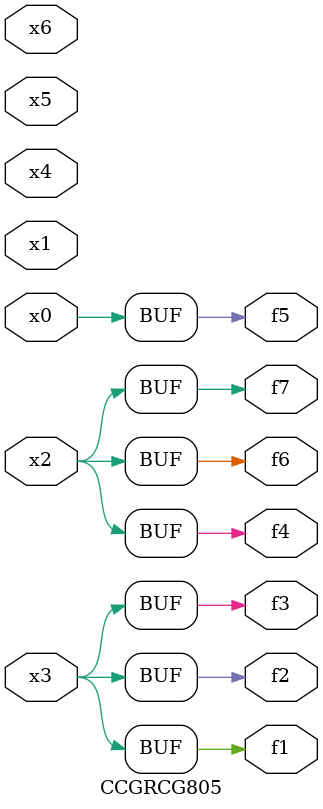
<source format=v>
module CCGRCG805(
	input x0, x1, x2, x3, x4, x5, x6,
	output f1, f2, f3, f4, f5, f6, f7
);
	assign f1 = x3;
	assign f2 = x3;
	assign f3 = x3;
	assign f4 = x2;
	assign f5 = x0;
	assign f6 = x2;
	assign f7 = x2;
endmodule

</source>
